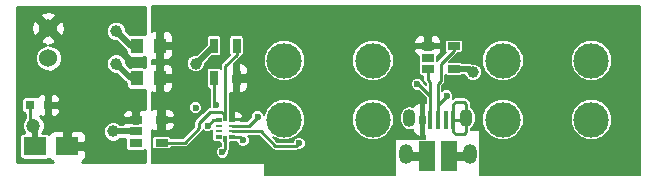
<source format=gbr>
G04 #@! TF.FileFunction,Copper,L1,Top,Signal*
%FSLAX46Y46*%
G04 Gerber Fmt 4.6, Leading zero omitted, Abs format (unit mm)*
G04 Created by KiCad (PCBNEW 4.0.6) date 04/12/18 14:55:28*
%MOMM*%
%LPD*%
G01*
G04 APERTURE LIST*
%ADD10C,0.100000*%
%ADD11R,0.400000X1.650000*%
%ADD12O,1.100000X1.500000*%
%ADD13O,1.200000X1.700000*%
%ADD14R,1.430000X2.500000*%
%ADD15R,1.000000X1.250000*%
%ADD16R,0.800000X0.750000*%
%ADD17R,1.950000X1.500000*%
%ADD18C,1.524000*%
%ADD19R,0.700000X1.300000*%
%ADD20R,0.580000X0.300000*%
%ADD21R,0.580000X0.250000*%
%ADD22R,0.350000X0.630000*%
%ADD23R,1.060000X0.650000*%
%ADD24C,3.000000*%
%ADD25C,1.000000*%
%ADD26C,0.600000*%
%ADD27C,1.200000*%
%ADD28C,0.500000*%
%ADD29C,0.750000*%
%ADD30C,0.250000*%
%ADD31C,0.200000*%
G04 APERTURE END LIST*
D10*
D11*
X148950000Y-110250000D03*
X149600000Y-110250000D03*
X150250000Y-110250000D03*
X150900000Y-110250000D03*
X151550000Y-110250000D03*
D12*
X147830000Y-110130000D03*
X152670000Y-110130000D03*
D13*
X147520000Y-113130000D03*
X152980000Y-113130000D03*
D14*
X149290000Y-113370000D03*
X151210000Y-113370000D03*
D15*
X124750000Y-104000000D03*
X126750000Y-104000000D03*
X126750000Y-106750000D03*
X124750000Y-106750000D03*
D16*
X117250000Y-109000000D03*
X115750000Y-109000000D03*
D17*
X118875000Y-112500000D03*
X116125000Y-112500000D03*
D18*
X117250000Y-105040000D03*
X117250000Y-102500000D03*
D19*
X133200000Y-106750000D03*
X131300000Y-106750000D03*
X133200000Y-104000000D03*
X131300000Y-104000000D03*
D20*
X132825000Y-110250000D03*
D21*
X132825000Y-110750000D03*
X132825000Y-111250000D03*
D20*
X132825000Y-111750000D03*
X131675000Y-110250000D03*
D21*
X131675000Y-110750000D03*
X131675000Y-111250000D03*
D20*
X131675000Y-111750000D03*
D22*
X132250000Y-111860000D03*
X132250000Y-110140000D03*
D23*
X149400000Y-104050000D03*
X149400000Y-105000000D03*
X149400000Y-105950000D03*
X151600000Y-105950000D03*
X151600000Y-104050000D03*
X124650000Y-110300000D03*
X124650000Y-111250000D03*
X124650000Y-112200000D03*
X126850000Y-112200000D03*
X126850000Y-110300000D03*
D24*
X155750000Y-110250000D03*
X155750000Y-105250000D03*
X163250000Y-105250000D03*
X163250000Y-110250000D03*
X137250000Y-110250000D03*
X137250000Y-105250000D03*
X144750000Y-105250000D03*
X144750000Y-110250000D03*
D25*
X153250000Y-106250000D03*
X122750000Y-111250000D03*
D26*
X133750000Y-112000000D03*
D25*
X129750000Y-105500000D03*
D27*
X116000000Y-110750000D03*
D25*
X123000000Y-105500000D03*
X123000000Y-102750000D03*
D26*
X148500000Y-107250000D03*
X135000000Y-110000000D03*
X151000000Y-108250000D03*
X138500000Y-112250000D03*
X131500000Y-109000000D03*
X132000000Y-113000000D03*
X130750000Y-110750000D03*
X129750000Y-109250000D03*
D28*
X151600000Y-105950000D02*
X152950000Y-105950000D01*
X152950000Y-105950000D02*
X153250000Y-106250000D01*
D29*
X149290000Y-113370000D02*
X147760000Y-113370000D01*
X147760000Y-113370000D02*
X147520000Y-113130000D01*
X151210000Y-113370000D02*
X152740000Y-113370000D01*
X152740000Y-113370000D02*
X152980000Y-113130000D01*
D28*
X124650000Y-111250000D02*
X122750000Y-111250000D01*
D30*
X132825000Y-111750000D02*
X133500000Y-111750000D01*
X133500000Y-111750000D02*
X133750000Y-112000000D01*
D28*
X131300000Y-104000000D02*
X129800000Y-105500000D01*
X129800000Y-105500000D02*
X129750000Y-105500000D01*
D30*
X116000000Y-110750000D02*
X115750000Y-110500000D01*
X115750000Y-110500000D02*
X115750000Y-109000000D01*
D28*
X116125000Y-112500000D02*
X116125000Y-110875000D01*
X116125000Y-110875000D02*
X116000000Y-110750000D01*
X124750000Y-106750000D02*
X124250000Y-106750000D01*
X124250000Y-106750000D02*
X123000000Y-105500000D01*
X124750000Y-104000000D02*
X124250000Y-104000000D01*
X124250000Y-104000000D02*
X123000000Y-102750000D01*
D30*
X151550000Y-110250000D02*
X151550000Y-111300000D01*
X151550000Y-111300000D02*
X151750000Y-111500000D01*
X151750000Y-111500000D02*
X152500000Y-111500000D01*
X152500000Y-111500000D02*
X152670000Y-111330000D01*
X152670000Y-111330000D02*
X152670000Y-110130000D01*
X151550000Y-110250000D02*
X151550000Y-108950000D01*
X151550000Y-108950000D02*
X151750000Y-108750000D01*
X151750000Y-108750000D02*
X152500000Y-108750000D01*
X152500000Y-108750000D02*
X152670000Y-108920000D01*
X152670000Y-108920000D02*
X152670000Y-110130000D01*
X151550000Y-110250000D02*
X152550000Y-110250000D01*
X152550000Y-110250000D02*
X152670000Y-110130000D01*
X149600000Y-108250000D02*
X148600000Y-107250000D01*
X148600000Y-107250000D02*
X148500000Y-107250000D01*
X133750000Y-110750000D02*
X134250000Y-110750000D01*
X132825000Y-110750000D02*
X133750000Y-110750000D01*
X149600000Y-109100000D02*
X149600000Y-109000000D01*
X134250000Y-110750000D02*
X135000000Y-110000000D01*
X149600000Y-110250000D02*
X149600000Y-109000000D01*
X149600000Y-109000000D02*
X149600000Y-108250000D01*
X149600000Y-108250000D02*
X149600000Y-107100000D01*
X149400000Y-106900000D02*
X149400000Y-105950000D01*
X149600000Y-107100000D02*
X149400000Y-106900000D01*
X151000000Y-108250000D02*
X150250000Y-109000000D01*
X136500000Y-112500000D02*
X138250000Y-112500000D01*
X138250000Y-112500000D02*
X138500000Y-112250000D01*
X135250000Y-111250000D02*
X136500000Y-112500000D01*
X132825000Y-111250000D02*
X135250000Y-111250000D01*
X150250000Y-110250000D02*
X150250000Y-109000000D01*
X150250000Y-109000000D02*
X150250000Y-107250000D01*
X151600000Y-104400000D02*
X151600000Y-104050000D01*
X150500000Y-105500000D02*
X151600000Y-104400000D01*
X150500000Y-107000000D02*
X150500000Y-105500000D01*
X150250000Y-107250000D02*
X150500000Y-107000000D01*
X131300000Y-108800000D02*
X131300000Y-106750000D01*
X132250000Y-111860000D02*
X132250000Y-112750000D01*
X131500000Y-109000000D02*
X131300000Y-108800000D01*
X132250000Y-112750000D02*
X132000000Y-113000000D01*
X131675000Y-110250000D02*
X131250000Y-110250000D01*
X131250000Y-110250000D02*
X130750000Y-110750000D01*
X126850000Y-112200000D02*
X128800000Y-112200000D01*
X128800000Y-112200000D02*
X130000000Y-111000000D01*
X130000000Y-111000000D02*
X130000000Y-110500000D01*
X130000000Y-110500000D02*
X130924999Y-109575001D01*
X132250000Y-109250000D02*
X132250000Y-105750000D01*
X132250000Y-105750000D02*
X133200000Y-104800000D01*
X133200000Y-104800000D02*
X133200000Y-104000000D01*
X132250000Y-110140000D02*
X132250000Y-110000000D01*
X132250000Y-110000000D02*
X132250000Y-109250000D01*
X131924999Y-109575001D02*
X132250000Y-109900002D01*
X132250000Y-109900002D02*
X132250000Y-110000000D01*
X126850000Y-112200000D02*
X127055000Y-112200000D01*
X130924999Y-109575001D02*
X131924999Y-109575001D01*
D31*
G36*
X167400000Y-114900000D02*
X153850000Y-114900000D01*
X153850000Y-111250000D01*
X153843161Y-111213654D01*
X153821681Y-111180273D01*
X153788906Y-111157879D01*
X153750000Y-111150000D01*
X153045000Y-111150000D01*
X153045000Y-111042689D01*
X153235685Y-110915276D01*
X153409104Y-110655738D01*
X153420873Y-110596569D01*
X153999696Y-110596569D01*
X154265557Y-111240001D01*
X154757410Y-111732713D01*
X155400376Y-111999696D01*
X156096569Y-112000304D01*
X156740001Y-111734443D01*
X157232713Y-111242590D01*
X157499696Y-110599624D01*
X157499698Y-110596569D01*
X161499696Y-110596569D01*
X161765557Y-111240001D01*
X162257410Y-111732713D01*
X162900376Y-111999696D01*
X163596569Y-112000304D01*
X164240001Y-111734443D01*
X164732713Y-111242590D01*
X164999696Y-110599624D01*
X165000304Y-109903431D01*
X164734443Y-109259999D01*
X164242590Y-108767287D01*
X163599624Y-108500304D01*
X162903431Y-108499696D01*
X162259999Y-108765557D01*
X161767287Y-109257410D01*
X161500304Y-109900376D01*
X161499696Y-110596569D01*
X157499698Y-110596569D01*
X157500304Y-109903431D01*
X157234443Y-109259999D01*
X156742590Y-108767287D01*
X156099624Y-108500304D01*
X155403431Y-108499696D01*
X154759999Y-108765557D01*
X154267287Y-109257410D01*
X154000304Y-109900376D01*
X153999696Y-110596569D01*
X153420873Y-110596569D01*
X153470000Y-110349591D01*
X153470000Y-109910409D01*
X153409104Y-109604262D01*
X153235685Y-109344724D01*
X153045000Y-109217311D01*
X153045000Y-108920000D01*
X153024512Y-108817000D01*
X153016455Y-108776493D01*
X152935165Y-108654835D01*
X152765165Y-108484835D01*
X152643507Y-108403545D01*
X152500000Y-108375000D01*
X151750000Y-108375000D01*
X151606494Y-108403545D01*
X151503081Y-108472643D01*
X151549904Y-108359882D01*
X151550095Y-108141078D01*
X151466539Y-107938857D01*
X151311957Y-107784005D01*
X151109882Y-107700096D01*
X150891078Y-107699905D01*
X150688857Y-107783461D01*
X150625000Y-107847207D01*
X150625000Y-107405330D01*
X150765165Y-107265165D01*
X150846454Y-107143507D01*
X150846455Y-107143506D01*
X150875000Y-107000000D01*
X150875000Y-106433636D01*
X150887288Y-106452732D01*
X150970831Y-106509815D01*
X151070000Y-106529897D01*
X152130000Y-106529897D01*
X152222644Y-106512465D01*
X152307732Y-106457712D01*
X152313001Y-106450000D01*
X152521137Y-106450000D01*
X152613811Y-106674286D01*
X152824605Y-106885448D01*
X153100161Y-106999869D01*
X153398530Y-107000130D01*
X153674286Y-106886189D01*
X153885448Y-106675395D01*
X153999869Y-106399839D01*
X154000130Y-106101470D01*
X153886189Y-105825714D01*
X153675395Y-105614552D01*
X153632088Y-105596569D01*
X153999696Y-105596569D01*
X154265557Y-106240001D01*
X154757410Y-106732713D01*
X155400376Y-106999696D01*
X156096569Y-107000304D01*
X156740001Y-106734443D01*
X157232713Y-106242590D01*
X157499696Y-105599624D01*
X157499698Y-105596569D01*
X161499696Y-105596569D01*
X161765557Y-106240001D01*
X162257410Y-106732713D01*
X162900376Y-106999696D01*
X163596569Y-107000304D01*
X164240001Y-106734443D01*
X164732713Y-106242590D01*
X164999696Y-105599624D01*
X165000304Y-104903431D01*
X164734443Y-104259999D01*
X164242590Y-103767287D01*
X163599624Y-103500304D01*
X162903431Y-103499696D01*
X162259999Y-103765557D01*
X161767287Y-104257410D01*
X161500304Y-104900376D01*
X161499696Y-105596569D01*
X157499698Y-105596569D01*
X157500304Y-104903431D01*
X157234443Y-104259999D01*
X156742590Y-103767287D01*
X156099624Y-103500304D01*
X155403431Y-103499696D01*
X154759999Y-103765557D01*
X154267287Y-104257410D01*
X154000304Y-104900376D01*
X153999696Y-105596569D01*
X153632088Y-105596569D01*
X153399839Y-105500131D01*
X153159092Y-105499920D01*
X153141342Y-105488060D01*
X152950000Y-105450000D01*
X152314470Y-105450000D01*
X152312712Y-105447268D01*
X152229169Y-105390185D01*
X152130000Y-105370103D01*
X151160227Y-105370103D01*
X151865165Y-104665165D01*
X151888731Y-104629897D01*
X152130000Y-104629897D01*
X152222644Y-104612465D01*
X152307732Y-104557712D01*
X152364815Y-104474169D01*
X152384897Y-104375000D01*
X152384897Y-103725000D01*
X152367465Y-103632356D01*
X152312712Y-103547268D01*
X152229169Y-103490185D01*
X152130000Y-103470103D01*
X151070000Y-103470103D01*
X150977356Y-103487535D01*
X150892268Y-103542288D01*
X150835185Y-103625831D01*
X150815103Y-103725000D01*
X150815103Y-104375000D01*
X150832535Y-104467644D01*
X150887288Y-104552732D01*
X150904902Y-104564768D01*
X150234835Y-105234835D01*
X150184897Y-105309572D01*
X150184897Y-104927513D01*
X150274405Y-104890437D01*
X150445438Y-104719404D01*
X150538000Y-104495938D01*
X150538000Y-104364500D01*
X150386000Y-104212500D01*
X149665000Y-104212500D01*
X149665000Y-104345000D01*
X149135000Y-104345000D01*
X149135000Y-104212500D01*
X148414000Y-104212500D01*
X148262000Y-104364500D01*
X148262000Y-104495938D01*
X148354562Y-104719404D01*
X148525595Y-104890437D01*
X148615103Y-104927513D01*
X148615103Y-105325000D01*
X148632535Y-105417644D01*
X148669673Y-105475357D01*
X148635185Y-105525831D01*
X148615103Y-105625000D01*
X148615103Y-106275000D01*
X148632535Y-106367644D01*
X148687288Y-106452732D01*
X148770831Y-106509815D01*
X148870000Y-106529897D01*
X149025000Y-106529897D01*
X149025000Y-106900000D01*
X149053545Y-107043507D01*
X149134835Y-107165165D01*
X149225000Y-107255330D01*
X149225000Y-107344670D01*
X149050070Y-107169740D01*
X149050095Y-107141078D01*
X148966539Y-106938857D01*
X148811957Y-106784005D01*
X148609882Y-106700096D01*
X148391078Y-106699905D01*
X148188857Y-106783461D01*
X148034005Y-106938043D01*
X147950096Y-107140118D01*
X147949905Y-107358922D01*
X148033461Y-107561143D01*
X148188043Y-107715995D01*
X148390118Y-107799904D01*
X148608922Y-107800095D01*
X148616595Y-107796925D01*
X149225000Y-108405330D01*
X149225000Y-108817000D01*
X149202000Y-108817000D01*
X149050000Y-108969000D01*
X149050000Y-109975000D01*
X149145103Y-109975000D01*
X149145103Y-110525000D01*
X149050000Y-110525000D01*
X149050000Y-111531000D01*
X149150000Y-111631000D01*
X149150000Y-111865103D01*
X148575000Y-111865103D01*
X148482356Y-111882535D01*
X148455215Y-111900000D01*
X146750000Y-111900000D01*
X146713654Y-111906839D01*
X146680273Y-111928319D01*
X146657879Y-111961094D01*
X146650000Y-112000000D01*
X146650000Y-114900000D01*
X135600000Y-114900000D01*
X135600000Y-114000000D01*
X135592121Y-113961094D01*
X135569727Y-113928319D01*
X135536346Y-113906839D01*
X135500000Y-113900000D01*
X126050000Y-113900000D01*
X126050000Y-111875000D01*
X126065103Y-111875000D01*
X126065103Y-112525000D01*
X126082535Y-112617644D01*
X126137288Y-112702732D01*
X126220831Y-112759815D01*
X126320000Y-112779897D01*
X127380000Y-112779897D01*
X127472644Y-112762465D01*
X127557732Y-112707712D01*
X127614815Y-112624169D01*
X127624772Y-112575000D01*
X128800000Y-112575000D01*
X128943507Y-112546455D01*
X129065165Y-112465165D01*
X130265165Y-111265165D01*
X130346455Y-111143507D01*
X130349649Y-111127447D01*
X130438043Y-111215995D01*
X130640118Y-111299904D01*
X130858922Y-111300095D01*
X131061143Y-111216539D01*
X131130103Y-111147699D01*
X131130103Y-111375000D01*
X131147535Y-111467644D01*
X131159818Y-111486732D01*
X131150185Y-111500831D01*
X131130103Y-111600000D01*
X131130103Y-111900000D01*
X131147535Y-111992644D01*
X131202288Y-112077732D01*
X131285831Y-112134815D01*
X131385000Y-112154897D01*
X131820103Y-112154897D01*
X131820103Y-112175000D01*
X131837535Y-112267644D01*
X131875000Y-112325866D01*
X131875000Y-112456548D01*
X131688857Y-112533461D01*
X131534005Y-112688043D01*
X131450096Y-112890118D01*
X131449905Y-113108922D01*
X131533461Y-113311143D01*
X131688043Y-113465995D01*
X131890118Y-113549904D01*
X132108922Y-113550095D01*
X132311143Y-113466539D01*
X132465995Y-113311957D01*
X132549904Y-113109882D01*
X132550032Y-112962982D01*
X132596454Y-112893507D01*
X132596455Y-112893506D01*
X132625000Y-112750000D01*
X132625000Y-112325122D01*
X132659815Y-112274169D01*
X132679897Y-112175000D01*
X132679897Y-112154897D01*
X133115000Y-112154897D01*
X133207644Y-112137465D01*
X133210847Y-112135404D01*
X133283461Y-112311143D01*
X133438043Y-112465995D01*
X133640118Y-112549904D01*
X133858922Y-112550095D01*
X134061143Y-112466539D01*
X134215995Y-112311957D01*
X134299904Y-112109882D01*
X134300095Y-111891078D01*
X134216539Y-111688857D01*
X134152793Y-111625000D01*
X135094670Y-111625000D01*
X136234835Y-112765165D01*
X136356493Y-112846455D01*
X136500000Y-112875000D01*
X138250000Y-112875000D01*
X138393507Y-112846455D01*
X138463080Y-112799968D01*
X138608922Y-112800095D01*
X138811143Y-112716539D01*
X138965995Y-112561957D01*
X139049904Y-112359882D01*
X139050095Y-112141078D01*
X138966539Y-111938857D01*
X138811957Y-111784005D01*
X138609882Y-111700096D01*
X138391078Y-111699905D01*
X138188857Y-111783461D01*
X138034005Y-111938043D01*
X137956374Y-112125000D01*
X136655330Y-112125000D01*
X136267043Y-111736713D01*
X136900376Y-111999696D01*
X137596569Y-112000304D01*
X138240001Y-111734443D01*
X138732713Y-111242590D01*
X138999696Y-110599624D01*
X138999698Y-110596569D01*
X142999696Y-110596569D01*
X143265557Y-111240001D01*
X143757410Y-111732713D01*
X144400376Y-111999696D01*
X145096569Y-112000304D01*
X145740001Y-111734443D01*
X146232713Y-111242590D01*
X146499696Y-110599624D01*
X146500297Y-109910409D01*
X147030000Y-109910409D01*
X147030000Y-110349591D01*
X147090896Y-110655738D01*
X147264315Y-110915276D01*
X147523853Y-111088695D01*
X147830000Y-111149591D01*
X148136147Y-111088695D01*
X148142000Y-111084784D01*
X148142000Y-111195939D01*
X148234563Y-111419405D01*
X148405596Y-111590438D01*
X148629062Y-111683000D01*
X148698000Y-111683000D01*
X148850000Y-111531000D01*
X148850000Y-110525000D01*
X148750000Y-110525000D01*
X148750000Y-109975000D01*
X148850000Y-109975000D01*
X148850000Y-108969000D01*
X148698000Y-108817000D01*
X148629062Y-108817000D01*
X148405596Y-108909562D01*
X148234563Y-109080595D01*
X148183800Y-109203146D01*
X148136147Y-109171305D01*
X147830000Y-109110409D01*
X147523853Y-109171305D01*
X147264315Y-109344724D01*
X147090896Y-109604262D01*
X147030000Y-109910409D01*
X146500297Y-109910409D01*
X146500304Y-109903431D01*
X146234443Y-109259999D01*
X145742590Y-108767287D01*
X145099624Y-108500304D01*
X144403431Y-108499696D01*
X143759999Y-108765557D01*
X143267287Y-109257410D01*
X143000304Y-109900376D01*
X142999696Y-110596569D01*
X138999698Y-110596569D01*
X139000304Y-109903431D01*
X138734443Y-109259999D01*
X138242590Y-108767287D01*
X137599624Y-108500304D01*
X136903431Y-108499696D01*
X136259999Y-108765557D01*
X135767287Y-109257410D01*
X135527187Y-109835635D01*
X135466539Y-109688857D01*
X135311957Y-109534005D01*
X135109882Y-109450096D01*
X134891078Y-109449905D01*
X134688857Y-109533461D01*
X134534005Y-109688043D01*
X134450096Y-109890118D01*
X134449983Y-110019687D01*
X134094670Y-110375000D01*
X133621000Y-110375000D01*
X133571000Y-110325000D01*
X132970000Y-110325000D01*
X132970000Y-110370103D01*
X132680000Y-110370103D01*
X132680000Y-110325000D01*
X132679897Y-110325000D01*
X132679897Y-110175000D01*
X132680000Y-110175000D01*
X132680000Y-109644000D01*
X132970000Y-109644000D01*
X132970000Y-110175000D01*
X133571000Y-110175000D01*
X133723000Y-110023000D01*
X133723000Y-109979061D01*
X133630437Y-109755595D01*
X133459404Y-109584562D01*
X133235938Y-109492000D01*
X133122000Y-109492000D01*
X132970000Y-109644000D01*
X132680000Y-109644000D01*
X132625000Y-109589000D01*
X132625000Y-107964896D01*
X132729061Y-108008000D01*
X132873000Y-108008000D01*
X133025000Y-107856000D01*
X133025000Y-107025000D01*
X133375000Y-107025000D01*
X133375000Y-107856000D01*
X133527000Y-108008000D01*
X133670939Y-108008000D01*
X133894405Y-107915437D01*
X134065438Y-107744404D01*
X134158000Y-107520938D01*
X134158000Y-107177000D01*
X134006000Y-107025000D01*
X133375000Y-107025000D01*
X133025000Y-107025000D01*
X132905000Y-107025000D01*
X132905000Y-106475000D01*
X133025000Y-106475000D01*
X133025000Y-105644000D01*
X133375000Y-105644000D01*
X133375000Y-106475000D01*
X134006000Y-106475000D01*
X134158000Y-106323000D01*
X134158000Y-105979062D01*
X134065438Y-105755596D01*
X133906411Y-105596569D01*
X135499696Y-105596569D01*
X135765557Y-106240001D01*
X136257410Y-106732713D01*
X136900376Y-106999696D01*
X137596569Y-107000304D01*
X138240001Y-106734443D01*
X138732713Y-106242590D01*
X138999696Y-105599624D01*
X138999698Y-105596569D01*
X142999696Y-105596569D01*
X143265557Y-106240001D01*
X143757410Y-106732713D01*
X144400376Y-106999696D01*
X145096569Y-107000304D01*
X145740001Y-106734443D01*
X146232713Y-106242590D01*
X146499696Y-105599624D01*
X146500304Y-104903431D01*
X146234443Y-104259999D01*
X145742590Y-103767287D01*
X145349501Y-103604062D01*
X148262000Y-103604062D01*
X148262000Y-103735500D01*
X148414000Y-103887500D01*
X149135000Y-103887500D01*
X149135000Y-103269000D01*
X149665000Y-103269000D01*
X149665000Y-103887500D01*
X150386000Y-103887500D01*
X150538000Y-103735500D01*
X150538000Y-103604062D01*
X150445438Y-103380596D01*
X150274405Y-103209563D01*
X150050939Y-103117000D01*
X149817000Y-103117000D01*
X149665000Y-103269000D01*
X149135000Y-103269000D01*
X148983000Y-103117000D01*
X148749061Y-103117000D01*
X148525595Y-103209563D01*
X148354562Y-103380596D01*
X148262000Y-103604062D01*
X145349501Y-103604062D01*
X145099624Y-103500304D01*
X144403431Y-103499696D01*
X143759999Y-103765557D01*
X143267287Y-104257410D01*
X143000304Y-104900376D01*
X142999696Y-105596569D01*
X138999698Y-105596569D01*
X139000304Y-104903431D01*
X138734443Y-104259999D01*
X138242590Y-103767287D01*
X137599624Y-103500304D01*
X136903431Y-103499696D01*
X136259999Y-103765557D01*
X135767287Y-104257410D01*
X135500304Y-104900376D01*
X135499696Y-105596569D01*
X133906411Y-105596569D01*
X133894405Y-105584563D01*
X133670939Y-105492000D01*
X133527000Y-105492000D01*
X133375000Y-105644000D01*
X133025000Y-105644000D01*
X132955665Y-105574665D01*
X133465165Y-105065165D01*
X133546455Y-104943507D01*
X133554296Y-104904089D01*
X133642644Y-104887465D01*
X133727732Y-104832712D01*
X133784815Y-104749169D01*
X133804897Y-104650000D01*
X133804897Y-103350000D01*
X133787465Y-103257356D01*
X133732712Y-103172268D01*
X133649169Y-103115185D01*
X133550000Y-103095103D01*
X132850000Y-103095103D01*
X132757356Y-103112535D01*
X132672268Y-103167288D01*
X132615185Y-103250831D01*
X132595103Y-103350000D01*
X132595103Y-104650000D01*
X132612535Y-104742644D01*
X132657363Y-104812307D01*
X131984835Y-105484835D01*
X131903545Y-105606493D01*
X131894923Y-105649839D01*
X131875000Y-105750000D01*
X131875000Y-105987985D01*
X131832712Y-105922268D01*
X131749169Y-105865185D01*
X131650000Y-105845103D01*
X130950000Y-105845103D01*
X130857356Y-105862535D01*
X130772268Y-105917288D01*
X130715185Y-106000831D01*
X130695103Y-106100000D01*
X130695103Y-107400000D01*
X130712535Y-107492644D01*
X130767288Y-107577732D01*
X130850831Y-107634815D01*
X130925000Y-107649834D01*
X130925000Y-108800000D01*
X130950065Y-108926010D01*
X130949905Y-109108922D01*
X130987538Y-109200001D01*
X130924999Y-109200001D01*
X130781492Y-109228546D01*
X130659834Y-109309836D01*
X129734835Y-110234835D01*
X129653545Y-110356493D01*
X129646843Y-110390185D01*
X129625000Y-110500000D01*
X129625000Y-110844670D01*
X128644670Y-111825000D01*
X127625489Y-111825000D01*
X127617465Y-111782356D01*
X127562712Y-111697268D01*
X127479169Y-111640185D01*
X127380000Y-111620103D01*
X126320000Y-111620103D01*
X126227356Y-111637535D01*
X126142268Y-111692288D01*
X126085185Y-111775831D01*
X126065103Y-111875000D01*
X126050000Y-111875000D01*
X126050000Y-111171257D01*
X126199061Y-111233000D01*
X126433000Y-111233000D01*
X126585000Y-111081000D01*
X126585000Y-110462500D01*
X127115000Y-110462500D01*
X127115000Y-111081000D01*
X127267000Y-111233000D01*
X127500939Y-111233000D01*
X127724405Y-111140437D01*
X127895438Y-110969404D01*
X127988000Y-110745938D01*
X127988000Y-110614500D01*
X127836000Y-110462500D01*
X127115000Y-110462500D01*
X126585000Y-110462500D01*
X126555000Y-110462500D01*
X126555000Y-110137500D01*
X126585000Y-110137500D01*
X126585000Y-109519000D01*
X127115000Y-109519000D01*
X127115000Y-110137500D01*
X127836000Y-110137500D01*
X127988000Y-109985500D01*
X127988000Y-109854062D01*
X127895438Y-109630596D01*
X127724405Y-109459563D01*
X127500939Y-109367000D01*
X127267000Y-109367000D01*
X127115000Y-109519000D01*
X126585000Y-109519000D01*
X126433000Y-109367000D01*
X126199061Y-109367000D01*
X126050000Y-109428743D01*
X126050000Y-109358922D01*
X129199905Y-109358922D01*
X129283461Y-109561143D01*
X129438043Y-109715995D01*
X129640118Y-109799904D01*
X129858922Y-109800095D01*
X130061143Y-109716539D01*
X130215995Y-109561957D01*
X130299904Y-109359882D01*
X130300095Y-109141078D01*
X130216539Y-108938857D01*
X130061957Y-108784005D01*
X129859882Y-108700096D01*
X129641078Y-108699905D01*
X129438857Y-108783461D01*
X129284005Y-108938043D01*
X129200096Y-109140118D01*
X129199905Y-109358922D01*
X126050000Y-109358922D01*
X126050000Y-107950252D01*
X126129061Y-107983000D01*
X126348000Y-107983000D01*
X126500000Y-107831000D01*
X126500000Y-107025000D01*
X127000000Y-107025000D01*
X127000000Y-107831000D01*
X127152000Y-107983000D01*
X127370939Y-107983000D01*
X127594405Y-107890437D01*
X127765438Y-107719404D01*
X127858000Y-107495938D01*
X127858000Y-107177000D01*
X127706000Y-107025000D01*
X127000000Y-107025000D01*
X126500000Y-107025000D01*
X126455000Y-107025000D01*
X126455000Y-106475000D01*
X126500000Y-106475000D01*
X126500000Y-105669000D01*
X127000000Y-105669000D01*
X127000000Y-106475000D01*
X127706000Y-106475000D01*
X127858000Y-106323000D01*
X127858000Y-106004062D01*
X127765438Y-105780596D01*
X127633372Y-105648530D01*
X128999870Y-105648530D01*
X129113811Y-105924286D01*
X129324605Y-106135448D01*
X129600161Y-106249869D01*
X129898530Y-106250130D01*
X130174286Y-106136189D01*
X130385448Y-105925395D01*
X130499869Y-105649839D01*
X130499994Y-105507112D01*
X131102210Y-104904897D01*
X131650000Y-104904897D01*
X131742644Y-104887465D01*
X131827732Y-104832712D01*
X131884815Y-104749169D01*
X131904897Y-104650000D01*
X131904897Y-103350000D01*
X131887465Y-103257356D01*
X131832712Y-103172268D01*
X131749169Y-103115185D01*
X131650000Y-103095103D01*
X130950000Y-103095103D01*
X130857356Y-103112535D01*
X130772268Y-103167288D01*
X130715185Y-103250831D01*
X130695103Y-103350000D01*
X130695103Y-103897790D01*
X129842813Y-104750081D01*
X129601470Y-104749870D01*
X129325714Y-104863811D01*
X129114552Y-105074605D01*
X129000131Y-105350161D01*
X128999870Y-105648530D01*
X127633372Y-105648530D01*
X127594405Y-105609563D01*
X127370939Y-105517000D01*
X127152000Y-105517000D01*
X127000000Y-105669000D01*
X126500000Y-105669000D01*
X126348000Y-105517000D01*
X126129061Y-105517000D01*
X126050000Y-105549748D01*
X126050000Y-105200252D01*
X126129061Y-105233000D01*
X126348000Y-105233000D01*
X126500000Y-105081000D01*
X126500000Y-104275000D01*
X127000000Y-104275000D01*
X127000000Y-105081000D01*
X127152000Y-105233000D01*
X127370939Y-105233000D01*
X127594405Y-105140437D01*
X127765438Y-104969404D01*
X127858000Y-104745938D01*
X127858000Y-104427000D01*
X127706000Y-104275000D01*
X127000000Y-104275000D01*
X126500000Y-104275000D01*
X126455000Y-104275000D01*
X126455000Y-103725000D01*
X126500000Y-103725000D01*
X126500000Y-102919000D01*
X127000000Y-102919000D01*
X127000000Y-103725000D01*
X127706000Y-103725000D01*
X127858000Y-103573000D01*
X127858000Y-103254062D01*
X127765438Y-103030596D01*
X127594405Y-102859563D01*
X127370939Y-102767000D01*
X127152000Y-102767000D01*
X127000000Y-102919000D01*
X126500000Y-102919000D01*
X126348000Y-102767000D01*
X126129061Y-102767000D01*
X126050000Y-102799748D01*
X126050000Y-100600000D01*
X167400000Y-100600000D01*
X167400000Y-114900000D01*
X167400000Y-114900000D01*
G37*
X167400000Y-114900000D02*
X153850000Y-114900000D01*
X153850000Y-111250000D01*
X153843161Y-111213654D01*
X153821681Y-111180273D01*
X153788906Y-111157879D01*
X153750000Y-111150000D01*
X153045000Y-111150000D01*
X153045000Y-111042689D01*
X153235685Y-110915276D01*
X153409104Y-110655738D01*
X153420873Y-110596569D01*
X153999696Y-110596569D01*
X154265557Y-111240001D01*
X154757410Y-111732713D01*
X155400376Y-111999696D01*
X156096569Y-112000304D01*
X156740001Y-111734443D01*
X157232713Y-111242590D01*
X157499696Y-110599624D01*
X157499698Y-110596569D01*
X161499696Y-110596569D01*
X161765557Y-111240001D01*
X162257410Y-111732713D01*
X162900376Y-111999696D01*
X163596569Y-112000304D01*
X164240001Y-111734443D01*
X164732713Y-111242590D01*
X164999696Y-110599624D01*
X165000304Y-109903431D01*
X164734443Y-109259999D01*
X164242590Y-108767287D01*
X163599624Y-108500304D01*
X162903431Y-108499696D01*
X162259999Y-108765557D01*
X161767287Y-109257410D01*
X161500304Y-109900376D01*
X161499696Y-110596569D01*
X157499698Y-110596569D01*
X157500304Y-109903431D01*
X157234443Y-109259999D01*
X156742590Y-108767287D01*
X156099624Y-108500304D01*
X155403431Y-108499696D01*
X154759999Y-108765557D01*
X154267287Y-109257410D01*
X154000304Y-109900376D01*
X153999696Y-110596569D01*
X153420873Y-110596569D01*
X153470000Y-110349591D01*
X153470000Y-109910409D01*
X153409104Y-109604262D01*
X153235685Y-109344724D01*
X153045000Y-109217311D01*
X153045000Y-108920000D01*
X153024512Y-108817000D01*
X153016455Y-108776493D01*
X152935165Y-108654835D01*
X152765165Y-108484835D01*
X152643507Y-108403545D01*
X152500000Y-108375000D01*
X151750000Y-108375000D01*
X151606494Y-108403545D01*
X151503081Y-108472643D01*
X151549904Y-108359882D01*
X151550095Y-108141078D01*
X151466539Y-107938857D01*
X151311957Y-107784005D01*
X151109882Y-107700096D01*
X150891078Y-107699905D01*
X150688857Y-107783461D01*
X150625000Y-107847207D01*
X150625000Y-107405330D01*
X150765165Y-107265165D01*
X150846454Y-107143507D01*
X150846455Y-107143506D01*
X150875000Y-107000000D01*
X150875000Y-106433636D01*
X150887288Y-106452732D01*
X150970831Y-106509815D01*
X151070000Y-106529897D01*
X152130000Y-106529897D01*
X152222644Y-106512465D01*
X152307732Y-106457712D01*
X152313001Y-106450000D01*
X152521137Y-106450000D01*
X152613811Y-106674286D01*
X152824605Y-106885448D01*
X153100161Y-106999869D01*
X153398530Y-107000130D01*
X153674286Y-106886189D01*
X153885448Y-106675395D01*
X153999869Y-106399839D01*
X154000130Y-106101470D01*
X153886189Y-105825714D01*
X153675395Y-105614552D01*
X153632088Y-105596569D01*
X153999696Y-105596569D01*
X154265557Y-106240001D01*
X154757410Y-106732713D01*
X155400376Y-106999696D01*
X156096569Y-107000304D01*
X156740001Y-106734443D01*
X157232713Y-106242590D01*
X157499696Y-105599624D01*
X157499698Y-105596569D01*
X161499696Y-105596569D01*
X161765557Y-106240001D01*
X162257410Y-106732713D01*
X162900376Y-106999696D01*
X163596569Y-107000304D01*
X164240001Y-106734443D01*
X164732713Y-106242590D01*
X164999696Y-105599624D01*
X165000304Y-104903431D01*
X164734443Y-104259999D01*
X164242590Y-103767287D01*
X163599624Y-103500304D01*
X162903431Y-103499696D01*
X162259999Y-103765557D01*
X161767287Y-104257410D01*
X161500304Y-104900376D01*
X161499696Y-105596569D01*
X157499698Y-105596569D01*
X157500304Y-104903431D01*
X157234443Y-104259999D01*
X156742590Y-103767287D01*
X156099624Y-103500304D01*
X155403431Y-103499696D01*
X154759999Y-103765557D01*
X154267287Y-104257410D01*
X154000304Y-104900376D01*
X153999696Y-105596569D01*
X153632088Y-105596569D01*
X153399839Y-105500131D01*
X153159092Y-105499920D01*
X153141342Y-105488060D01*
X152950000Y-105450000D01*
X152314470Y-105450000D01*
X152312712Y-105447268D01*
X152229169Y-105390185D01*
X152130000Y-105370103D01*
X151160227Y-105370103D01*
X151865165Y-104665165D01*
X151888731Y-104629897D01*
X152130000Y-104629897D01*
X152222644Y-104612465D01*
X152307732Y-104557712D01*
X152364815Y-104474169D01*
X152384897Y-104375000D01*
X152384897Y-103725000D01*
X152367465Y-103632356D01*
X152312712Y-103547268D01*
X152229169Y-103490185D01*
X152130000Y-103470103D01*
X151070000Y-103470103D01*
X150977356Y-103487535D01*
X150892268Y-103542288D01*
X150835185Y-103625831D01*
X150815103Y-103725000D01*
X150815103Y-104375000D01*
X150832535Y-104467644D01*
X150887288Y-104552732D01*
X150904902Y-104564768D01*
X150234835Y-105234835D01*
X150184897Y-105309572D01*
X150184897Y-104927513D01*
X150274405Y-104890437D01*
X150445438Y-104719404D01*
X150538000Y-104495938D01*
X150538000Y-104364500D01*
X150386000Y-104212500D01*
X149665000Y-104212500D01*
X149665000Y-104345000D01*
X149135000Y-104345000D01*
X149135000Y-104212500D01*
X148414000Y-104212500D01*
X148262000Y-104364500D01*
X148262000Y-104495938D01*
X148354562Y-104719404D01*
X148525595Y-104890437D01*
X148615103Y-104927513D01*
X148615103Y-105325000D01*
X148632535Y-105417644D01*
X148669673Y-105475357D01*
X148635185Y-105525831D01*
X148615103Y-105625000D01*
X148615103Y-106275000D01*
X148632535Y-106367644D01*
X148687288Y-106452732D01*
X148770831Y-106509815D01*
X148870000Y-106529897D01*
X149025000Y-106529897D01*
X149025000Y-106900000D01*
X149053545Y-107043507D01*
X149134835Y-107165165D01*
X149225000Y-107255330D01*
X149225000Y-107344670D01*
X149050070Y-107169740D01*
X149050095Y-107141078D01*
X148966539Y-106938857D01*
X148811957Y-106784005D01*
X148609882Y-106700096D01*
X148391078Y-106699905D01*
X148188857Y-106783461D01*
X148034005Y-106938043D01*
X147950096Y-107140118D01*
X147949905Y-107358922D01*
X148033461Y-107561143D01*
X148188043Y-107715995D01*
X148390118Y-107799904D01*
X148608922Y-107800095D01*
X148616595Y-107796925D01*
X149225000Y-108405330D01*
X149225000Y-108817000D01*
X149202000Y-108817000D01*
X149050000Y-108969000D01*
X149050000Y-109975000D01*
X149145103Y-109975000D01*
X149145103Y-110525000D01*
X149050000Y-110525000D01*
X149050000Y-111531000D01*
X149150000Y-111631000D01*
X149150000Y-111865103D01*
X148575000Y-111865103D01*
X148482356Y-111882535D01*
X148455215Y-111900000D01*
X146750000Y-111900000D01*
X146713654Y-111906839D01*
X146680273Y-111928319D01*
X146657879Y-111961094D01*
X146650000Y-112000000D01*
X146650000Y-114900000D01*
X135600000Y-114900000D01*
X135600000Y-114000000D01*
X135592121Y-113961094D01*
X135569727Y-113928319D01*
X135536346Y-113906839D01*
X135500000Y-113900000D01*
X126050000Y-113900000D01*
X126050000Y-111875000D01*
X126065103Y-111875000D01*
X126065103Y-112525000D01*
X126082535Y-112617644D01*
X126137288Y-112702732D01*
X126220831Y-112759815D01*
X126320000Y-112779897D01*
X127380000Y-112779897D01*
X127472644Y-112762465D01*
X127557732Y-112707712D01*
X127614815Y-112624169D01*
X127624772Y-112575000D01*
X128800000Y-112575000D01*
X128943507Y-112546455D01*
X129065165Y-112465165D01*
X130265165Y-111265165D01*
X130346455Y-111143507D01*
X130349649Y-111127447D01*
X130438043Y-111215995D01*
X130640118Y-111299904D01*
X130858922Y-111300095D01*
X131061143Y-111216539D01*
X131130103Y-111147699D01*
X131130103Y-111375000D01*
X131147535Y-111467644D01*
X131159818Y-111486732D01*
X131150185Y-111500831D01*
X131130103Y-111600000D01*
X131130103Y-111900000D01*
X131147535Y-111992644D01*
X131202288Y-112077732D01*
X131285831Y-112134815D01*
X131385000Y-112154897D01*
X131820103Y-112154897D01*
X131820103Y-112175000D01*
X131837535Y-112267644D01*
X131875000Y-112325866D01*
X131875000Y-112456548D01*
X131688857Y-112533461D01*
X131534005Y-112688043D01*
X131450096Y-112890118D01*
X131449905Y-113108922D01*
X131533461Y-113311143D01*
X131688043Y-113465995D01*
X131890118Y-113549904D01*
X132108922Y-113550095D01*
X132311143Y-113466539D01*
X132465995Y-113311957D01*
X132549904Y-113109882D01*
X132550032Y-112962982D01*
X132596454Y-112893507D01*
X132596455Y-112893506D01*
X132625000Y-112750000D01*
X132625000Y-112325122D01*
X132659815Y-112274169D01*
X132679897Y-112175000D01*
X132679897Y-112154897D01*
X133115000Y-112154897D01*
X133207644Y-112137465D01*
X133210847Y-112135404D01*
X133283461Y-112311143D01*
X133438043Y-112465995D01*
X133640118Y-112549904D01*
X133858922Y-112550095D01*
X134061143Y-112466539D01*
X134215995Y-112311957D01*
X134299904Y-112109882D01*
X134300095Y-111891078D01*
X134216539Y-111688857D01*
X134152793Y-111625000D01*
X135094670Y-111625000D01*
X136234835Y-112765165D01*
X136356493Y-112846455D01*
X136500000Y-112875000D01*
X138250000Y-112875000D01*
X138393507Y-112846455D01*
X138463080Y-112799968D01*
X138608922Y-112800095D01*
X138811143Y-112716539D01*
X138965995Y-112561957D01*
X139049904Y-112359882D01*
X139050095Y-112141078D01*
X138966539Y-111938857D01*
X138811957Y-111784005D01*
X138609882Y-111700096D01*
X138391078Y-111699905D01*
X138188857Y-111783461D01*
X138034005Y-111938043D01*
X137956374Y-112125000D01*
X136655330Y-112125000D01*
X136267043Y-111736713D01*
X136900376Y-111999696D01*
X137596569Y-112000304D01*
X138240001Y-111734443D01*
X138732713Y-111242590D01*
X138999696Y-110599624D01*
X138999698Y-110596569D01*
X142999696Y-110596569D01*
X143265557Y-111240001D01*
X143757410Y-111732713D01*
X144400376Y-111999696D01*
X145096569Y-112000304D01*
X145740001Y-111734443D01*
X146232713Y-111242590D01*
X146499696Y-110599624D01*
X146500297Y-109910409D01*
X147030000Y-109910409D01*
X147030000Y-110349591D01*
X147090896Y-110655738D01*
X147264315Y-110915276D01*
X147523853Y-111088695D01*
X147830000Y-111149591D01*
X148136147Y-111088695D01*
X148142000Y-111084784D01*
X148142000Y-111195939D01*
X148234563Y-111419405D01*
X148405596Y-111590438D01*
X148629062Y-111683000D01*
X148698000Y-111683000D01*
X148850000Y-111531000D01*
X148850000Y-110525000D01*
X148750000Y-110525000D01*
X148750000Y-109975000D01*
X148850000Y-109975000D01*
X148850000Y-108969000D01*
X148698000Y-108817000D01*
X148629062Y-108817000D01*
X148405596Y-108909562D01*
X148234563Y-109080595D01*
X148183800Y-109203146D01*
X148136147Y-109171305D01*
X147830000Y-109110409D01*
X147523853Y-109171305D01*
X147264315Y-109344724D01*
X147090896Y-109604262D01*
X147030000Y-109910409D01*
X146500297Y-109910409D01*
X146500304Y-109903431D01*
X146234443Y-109259999D01*
X145742590Y-108767287D01*
X145099624Y-108500304D01*
X144403431Y-108499696D01*
X143759999Y-108765557D01*
X143267287Y-109257410D01*
X143000304Y-109900376D01*
X142999696Y-110596569D01*
X138999698Y-110596569D01*
X139000304Y-109903431D01*
X138734443Y-109259999D01*
X138242590Y-108767287D01*
X137599624Y-108500304D01*
X136903431Y-108499696D01*
X136259999Y-108765557D01*
X135767287Y-109257410D01*
X135527187Y-109835635D01*
X135466539Y-109688857D01*
X135311957Y-109534005D01*
X135109882Y-109450096D01*
X134891078Y-109449905D01*
X134688857Y-109533461D01*
X134534005Y-109688043D01*
X134450096Y-109890118D01*
X134449983Y-110019687D01*
X134094670Y-110375000D01*
X133621000Y-110375000D01*
X133571000Y-110325000D01*
X132970000Y-110325000D01*
X132970000Y-110370103D01*
X132680000Y-110370103D01*
X132680000Y-110325000D01*
X132679897Y-110325000D01*
X132679897Y-110175000D01*
X132680000Y-110175000D01*
X132680000Y-109644000D01*
X132970000Y-109644000D01*
X132970000Y-110175000D01*
X133571000Y-110175000D01*
X133723000Y-110023000D01*
X133723000Y-109979061D01*
X133630437Y-109755595D01*
X133459404Y-109584562D01*
X133235938Y-109492000D01*
X133122000Y-109492000D01*
X132970000Y-109644000D01*
X132680000Y-109644000D01*
X132625000Y-109589000D01*
X132625000Y-107964896D01*
X132729061Y-108008000D01*
X132873000Y-108008000D01*
X133025000Y-107856000D01*
X133025000Y-107025000D01*
X133375000Y-107025000D01*
X133375000Y-107856000D01*
X133527000Y-108008000D01*
X133670939Y-108008000D01*
X133894405Y-107915437D01*
X134065438Y-107744404D01*
X134158000Y-107520938D01*
X134158000Y-107177000D01*
X134006000Y-107025000D01*
X133375000Y-107025000D01*
X133025000Y-107025000D01*
X132905000Y-107025000D01*
X132905000Y-106475000D01*
X133025000Y-106475000D01*
X133025000Y-105644000D01*
X133375000Y-105644000D01*
X133375000Y-106475000D01*
X134006000Y-106475000D01*
X134158000Y-106323000D01*
X134158000Y-105979062D01*
X134065438Y-105755596D01*
X133906411Y-105596569D01*
X135499696Y-105596569D01*
X135765557Y-106240001D01*
X136257410Y-106732713D01*
X136900376Y-106999696D01*
X137596569Y-107000304D01*
X138240001Y-106734443D01*
X138732713Y-106242590D01*
X138999696Y-105599624D01*
X138999698Y-105596569D01*
X142999696Y-105596569D01*
X143265557Y-106240001D01*
X143757410Y-106732713D01*
X144400376Y-106999696D01*
X145096569Y-107000304D01*
X145740001Y-106734443D01*
X146232713Y-106242590D01*
X146499696Y-105599624D01*
X146500304Y-104903431D01*
X146234443Y-104259999D01*
X145742590Y-103767287D01*
X145349501Y-103604062D01*
X148262000Y-103604062D01*
X148262000Y-103735500D01*
X148414000Y-103887500D01*
X149135000Y-103887500D01*
X149135000Y-103269000D01*
X149665000Y-103269000D01*
X149665000Y-103887500D01*
X150386000Y-103887500D01*
X150538000Y-103735500D01*
X150538000Y-103604062D01*
X150445438Y-103380596D01*
X150274405Y-103209563D01*
X150050939Y-103117000D01*
X149817000Y-103117000D01*
X149665000Y-103269000D01*
X149135000Y-103269000D01*
X148983000Y-103117000D01*
X148749061Y-103117000D01*
X148525595Y-103209563D01*
X148354562Y-103380596D01*
X148262000Y-103604062D01*
X145349501Y-103604062D01*
X145099624Y-103500304D01*
X144403431Y-103499696D01*
X143759999Y-103765557D01*
X143267287Y-104257410D01*
X143000304Y-104900376D01*
X142999696Y-105596569D01*
X138999698Y-105596569D01*
X139000304Y-104903431D01*
X138734443Y-104259999D01*
X138242590Y-103767287D01*
X137599624Y-103500304D01*
X136903431Y-103499696D01*
X136259999Y-103765557D01*
X135767287Y-104257410D01*
X135500304Y-104900376D01*
X135499696Y-105596569D01*
X133906411Y-105596569D01*
X133894405Y-105584563D01*
X133670939Y-105492000D01*
X133527000Y-105492000D01*
X133375000Y-105644000D01*
X133025000Y-105644000D01*
X132955665Y-105574665D01*
X133465165Y-105065165D01*
X133546455Y-104943507D01*
X133554296Y-104904089D01*
X133642644Y-104887465D01*
X133727732Y-104832712D01*
X133784815Y-104749169D01*
X133804897Y-104650000D01*
X133804897Y-103350000D01*
X133787465Y-103257356D01*
X133732712Y-103172268D01*
X133649169Y-103115185D01*
X133550000Y-103095103D01*
X132850000Y-103095103D01*
X132757356Y-103112535D01*
X132672268Y-103167288D01*
X132615185Y-103250831D01*
X132595103Y-103350000D01*
X132595103Y-104650000D01*
X132612535Y-104742644D01*
X132657363Y-104812307D01*
X131984835Y-105484835D01*
X131903545Y-105606493D01*
X131894923Y-105649839D01*
X131875000Y-105750000D01*
X131875000Y-105987985D01*
X131832712Y-105922268D01*
X131749169Y-105865185D01*
X131650000Y-105845103D01*
X130950000Y-105845103D01*
X130857356Y-105862535D01*
X130772268Y-105917288D01*
X130715185Y-106000831D01*
X130695103Y-106100000D01*
X130695103Y-107400000D01*
X130712535Y-107492644D01*
X130767288Y-107577732D01*
X130850831Y-107634815D01*
X130925000Y-107649834D01*
X130925000Y-108800000D01*
X130950065Y-108926010D01*
X130949905Y-109108922D01*
X130987538Y-109200001D01*
X130924999Y-109200001D01*
X130781492Y-109228546D01*
X130659834Y-109309836D01*
X129734835Y-110234835D01*
X129653545Y-110356493D01*
X129646843Y-110390185D01*
X129625000Y-110500000D01*
X129625000Y-110844670D01*
X128644670Y-111825000D01*
X127625489Y-111825000D01*
X127617465Y-111782356D01*
X127562712Y-111697268D01*
X127479169Y-111640185D01*
X127380000Y-111620103D01*
X126320000Y-111620103D01*
X126227356Y-111637535D01*
X126142268Y-111692288D01*
X126085185Y-111775831D01*
X126065103Y-111875000D01*
X126050000Y-111875000D01*
X126050000Y-111171257D01*
X126199061Y-111233000D01*
X126433000Y-111233000D01*
X126585000Y-111081000D01*
X126585000Y-110462500D01*
X127115000Y-110462500D01*
X127115000Y-111081000D01*
X127267000Y-111233000D01*
X127500939Y-111233000D01*
X127724405Y-111140437D01*
X127895438Y-110969404D01*
X127988000Y-110745938D01*
X127988000Y-110614500D01*
X127836000Y-110462500D01*
X127115000Y-110462500D01*
X126585000Y-110462500D01*
X126555000Y-110462500D01*
X126555000Y-110137500D01*
X126585000Y-110137500D01*
X126585000Y-109519000D01*
X127115000Y-109519000D01*
X127115000Y-110137500D01*
X127836000Y-110137500D01*
X127988000Y-109985500D01*
X127988000Y-109854062D01*
X127895438Y-109630596D01*
X127724405Y-109459563D01*
X127500939Y-109367000D01*
X127267000Y-109367000D01*
X127115000Y-109519000D01*
X126585000Y-109519000D01*
X126433000Y-109367000D01*
X126199061Y-109367000D01*
X126050000Y-109428743D01*
X126050000Y-109358922D01*
X129199905Y-109358922D01*
X129283461Y-109561143D01*
X129438043Y-109715995D01*
X129640118Y-109799904D01*
X129858922Y-109800095D01*
X130061143Y-109716539D01*
X130215995Y-109561957D01*
X130299904Y-109359882D01*
X130300095Y-109141078D01*
X130216539Y-108938857D01*
X130061957Y-108784005D01*
X129859882Y-108700096D01*
X129641078Y-108699905D01*
X129438857Y-108783461D01*
X129284005Y-108938043D01*
X129200096Y-109140118D01*
X129199905Y-109358922D01*
X126050000Y-109358922D01*
X126050000Y-107950252D01*
X126129061Y-107983000D01*
X126348000Y-107983000D01*
X126500000Y-107831000D01*
X126500000Y-107025000D01*
X127000000Y-107025000D01*
X127000000Y-107831000D01*
X127152000Y-107983000D01*
X127370939Y-107983000D01*
X127594405Y-107890437D01*
X127765438Y-107719404D01*
X127858000Y-107495938D01*
X127858000Y-107177000D01*
X127706000Y-107025000D01*
X127000000Y-107025000D01*
X126500000Y-107025000D01*
X126455000Y-107025000D01*
X126455000Y-106475000D01*
X126500000Y-106475000D01*
X126500000Y-105669000D01*
X127000000Y-105669000D01*
X127000000Y-106475000D01*
X127706000Y-106475000D01*
X127858000Y-106323000D01*
X127858000Y-106004062D01*
X127765438Y-105780596D01*
X127633372Y-105648530D01*
X128999870Y-105648530D01*
X129113811Y-105924286D01*
X129324605Y-106135448D01*
X129600161Y-106249869D01*
X129898530Y-106250130D01*
X130174286Y-106136189D01*
X130385448Y-105925395D01*
X130499869Y-105649839D01*
X130499994Y-105507112D01*
X131102210Y-104904897D01*
X131650000Y-104904897D01*
X131742644Y-104887465D01*
X131827732Y-104832712D01*
X131884815Y-104749169D01*
X131904897Y-104650000D01*
X131904897Y-103350000D01*
X131887465Y-103257356D01*
X131832712Y-103172268D01*
X131749169Y-103115185D01*
X131650000Y-103095103D01*
X130950000Y-103095103D01*
X130857356Y-103112535D01*
X130772268Y-103167288D01*
X130715185Y-103250831D01*
X130695103Y-103350000D01*
X130695103Y-103897790D01*
X129842813Y-104750081D01*
X129601470Y-104749870D01*
X129325714Y-104863811D01*
X129114552Y-105074605D01*
X129000131Y-105350161D01*
X128999870Y-105648530D01*
X127633372Y-105648530D01*
X127594405Y-105609563D01*
X127370939Y-105517000D01*
X127152000Y-105517000D01*
X127000000Y-105669000D01*
X126500000Y-105669000D01*
X126348000Y-105517000D01*
X126129061Y-105517000D01*
X126050000Y-105549748D01*
X126050000Y-105200252D01*
X126129061Y-105233000D01*
X126348000Y-105233000D01*
X126500000Y-105081000D01*
X126500000Y-104275000D01*
X127000000Y-104275000D01*
X127000000Y-105081000D01*
X127152000Y-105233000D01*
X127370939Y-105233000D01*
X127594405Y-105140437D01*
X127765438Y-104969404D01*
X127858000Y-104745938D01*
X127858000Y-104427000D01*
X127706000Y-104275000D01*
X127000000Y-104275000D01*
X126500000Y-104275000D01*
X126455000Y-104275000D01*
X126455000Y-103725000D01*
X126500000Y-103725000D01*
X126500000Y-102919000D01*
X127000000Y-102919000D01*
X127000000Y-103725000D01*
X127706000Y-103725000D01*
X127858000Y-103573000D01*
X127858000Y-103254062D01*
X127765438Y-103030596D01*
X127594405Y-102859563D01*
X127370939Y-102767000D01*
X127152000Y-102767000D01*
X127000000Y-102919000D01*
X126500000Y-102919000D01*
X126348000Y-102767000D01*
X126129061Y-102767000D01*
X126050000Y-102799748D01*
X126050000Y-100600000D01*
X167400000Y-100600000D01*
X167400000Y-114900000D01*
D30*
G36*
X125425000Y-103040710D02*
X125398754Y-103022777D01*
X125250000Y-102992654D01*
X124250000Y-102992654D01*
X124146090Y-103012206D01*
X123875008Y-102741124D01*
X123875151Y-102576715D01*
X123742221Y-102255000D01*
X123496295Y-102008644D01*
X123174812Y-101875152D01*
X122826715Y-101874849D01*
X122505000Y-102007779D01*
X122258644Y-102253705D01*
X122125152Y-102575188D01*
X122124849Y-102923285D01*
X122257779Y-103245000D01*
X122503705Y-103491356D01*
X122825188Y-103624848D01*
X122991108Y-103624992D01*
X123808058Y-104441942D01*
X123867654Y-104481763D01*
X123867654Y-104625000D01*
X123893802Y-104763966D01*
X123975931Y-104891599D01*
X124101246Y-104977223D01*
X124250000Y-105007346D01*
X125250000Y-105007346D01*
X125388966Y-104981198D01*
X125425000Y-104958011D01*
X125425000Y-105790710D01*
X125398754Y-105772777D01*
X125250000Y-105742654D01*
X124250000Y-105742654D01*
X124146090Y-105762206D01*
X123875008Y-105491124D01*
X123875151Y-105326715D01*
X123742221Y-105005000D01*
X123496295Y-104758644D01*
X123174812Y-104625152D01*
X122826715Y-104624849D01*
X122505000Y-104757779D01*
X122258644Y-105003705D01*
X122125152Y-105325188D01*
X122124849Y-105673285D01*
X122257779Y-105995000D01*
X122503705Y-106241356D01*
X122825188Y-106374848D01*
X122991108Y-106374992D01*
X123808058Y-107191942D01*
X123867654Y-107231763D01*
X123867654Y-107375000D01*
X123893802Y-107513966D01*
X123975931Y-107641599D01*
X124101246Y-107727223D01*
X124250000Y-107757346D01*
X125250000Y-107757346D01*
X125388966Y-107731198D01*
X125425000Y-107708011D01*
X125425000Y-109391328D01*
X125305911Y-109342000D01*
X125058250Y-109342000D01*
X124900000Y-109500250D01*
X124900000Y-110137500D01*
X124920000Y-110137500D01*
X124920000Y-110462500D01*
X124900000Y-110462500D01*
X124900000Y-110542654D01*
X124400000Y-110542654D01*
X124400000Y-110462500D01*
X123645250Y-110462500D01*
X123487000Y-110620750D01*
X123487000Y-110625000D01*
X123362448Y-110625000D01*
X123246295Y-110508644D01*
X122924812Y-110375152D01*
X122576715Y-110374849D01*
X122255000Y-110507779D01*
X122008644Y-110753705D01*
X121875152Y-111075188D01*
X121874849Y-111423285D01*
X122007779Y-111745000D01*
X122253705Y-111991356D01*
X122575188Y-112124848D01*
X122923285Y-112125151D01*
X123245000Y-111992221D01*
X123362426Y-111875000D01*
X123737654Y-111875000D01*
X123737654Y-112525000D01*
X123763802Y-112663966D01*
X123845931Y-112791599D01*
X123971246Y-112877223D01*
X124120000Y-112907346D01*
X125180000Y-112907346D01*
X125318966Y-112881198D01*
X125425000Y-112812967D01*
X125425000Y-113825000D01*
X120115936Y-113825000D01*
X120208565Y-113786632D01*
X120386631Y-113608566D01*
X120483000Y-113375912D01*
X120483000Y-112908250D01*
X120324750Y-112750000D01*
X119125000Y-112750000D01*
X119125000Y-112770000D01*
X118625000Y-112770000D01*
X118625000Y-112750000D01*
X118605000Y-112750000D01*
X118605000Y-112250000D01*
X118625000Y-112250000D01*
X118625000Y-111275250D01*
X119125000Y-111275250D01*
X119125000Y-112250000D01*
X120324750Y-112250000D01*
X120483000Y-112091750D01*
X120483000Y-111624088D01*
X120386631Y-111391434D01*
X120208565Y-111213368D01*
X119975911Y-111117000D01*
X119283250Y-111117000D01*
X119125000Y-111275250D01*
X118625000Y-111275250D01*
X118466750Y-111117000D01*
X117774089Y-111117000D01*
X117541435Y-111213368D01*
X117363369Y-111391434D01*
X117336038Y-111457416D01*
X117248754Y-111397777D01*
X117100000Y-111367654D01*
X116761329Y-111367654D01*
X116826082Y-111303014D01*
X116974830Y-110944790D01*
X116975169Y-110556911D01*
X116827046Y-110198429D01*
X116575516Y-109946459D01*
X116724089Y-110008000D01*
X116891750Y-110008000D01*
X117050000Y-109849750D01*
X117050000Y-109187500D01*
X117450000Y-109187500D01*
X117450000Y-109849750D01*
X117608250Y-110008000D01*
X117775911Y-110008000D01*
X118008565Y-109911632D01*
X118071109Y-109849088D01*
X123487000Y-109849088D01*
X123487000Y-109979250D01*
X123645250Y-110137500D01*
X124400000Y-110137500D01*
X124400000Y-109500250D01*
X124241750Y-109342000D01*
X123994089Y-109342000D01*
X123761435Y-109438368D01*
X123583369Y-109616434D01*
X123487000Y-109849088D01*
X118071109Y-109849088D01*
X118186631Y-109733566D01*
X118283000Y-109500912D01*
X118283000Y-109345750D01*
X118124750Y-109187500D01*
X117450000Y-109187500D01*
X117050000Y-109187500D01*
X116980000Y-109187500D01*
X116980000Y-108812500D01*
X117050000Y-108812500D01*
X117050000Y-108150250D01*
X117450000Y-108150250D01*
X117450000Y-108812500D01*
X118124750Y-108812500D01*
X118283000Y-108654250D01*
X118283000Y-108499088D01*
X118186631Y-108266434D01*
X118008565Y-108088368D01*
X117775911Y-107992000D01*
X117608250Y-107992000D01*
X117450000Y-108150250D01*
X117050000Y-108150250D01*
X116891750Y-107992000D01*
X116724089Y-107992000D01*
X116491435Y-108088368D01*
X116313369Y-108266434D01*
X116308097Y-108279161D01*
X116298754Y-108272777D01*
X116150000Y-108242654D01*
X115350000Y-108242654D01*
X115211034Y-108268802D01*
X115083401Y-108350931D01*
X114997777Y-108476246D01*
X114967654Y-108625000D01*
X114967654Y-109375000D01*
X114993802Y-109513966D01*
X115075931Y-109641599D01*
X115201246Y-109727223D01*
X115250000Y-109737096D01*
X115250000Y-110121037D01*
X115173918Y-110196986D01*
X115025170Y-110555210D01*
X115024831Y-110943089D01*
X115172954Y-111301571D01*
X115238922Y-111367654D01*
X115150000Y-111367654D01*
X115011034Y-111393802D01*
X114883401Y-111475931D01*
X114797777Y-111601246D01*
X114767654Y-111750000D01*
X114767654Y-113250000D01*
X114793802Y-113388966D01*
X114875931Y-113516599D01*
X115001246Y-113602223D01*
X115150000Y-113632346D01*
X117100000Y-113632346D01*
X117238966Y-113606198D01*
X117336414Y-113543492D01*
X117363369Y-113608566D01*
X117541435Y-113786632D01*
X117634064Y-113825000D01*
X114625000Y-113825000D01*
X114625000Y-105265171D01*
X116112803Y-105265171D01*
X116285536Y-105683217D01*
X116605100Y-106003340D01*
X117022845Y-106176802D01*
X117475171Y-106177197D01*
X117893217Y-106004464D01*
X118213340Y-105684900D01*
X118386802Y-105267155D01*
X118387197Y-104814829D01*
X118214464Y-104396783D01*
X117894900Y-104076660D01*
X117477155Y-103903198D01*
X117287917Y-103903033D01*
X117715960Y-103843840D01*
X117870755Y-103779722D01*
X117949408Y-103552961D01*
X117250000Y-102853553D01*
X116550592Y-103552961D01*
X116629245Y-103779722D01*
X117101119Y-103902870D01*
X117024829Y-103902803D01*
X116606783Y-104075536D01*
X116286660Y-104395100D01*
X116113198Y-104812845D01*
X116112803Y-105265171D01*
X114625000Y-105265171D01*
X114625000Y-102416226D01*
X115830139Y-102416226D01*
X115906160Y-102965960D01*
X115970278Y-103120755D01*
X116197039Y-103199408D01*
X116896447Y-102500000D01*
X117603553Y-102500000D01*
X118302961Y-103199408D01*
X118529722Y-103120755D01*
X118669861Y-102583774D01*
X118593840Y-102034040D01*
X118529722Y-101879245D01*
X118302961Y-101800592D01*
X117603553Y-102500000D01*
X116896447Y-102500000D01*
X116197039Y-101800592D01*
X115970278Y-101879245D01*
X115830139Y-102416226D01*
X114625000Y-102416226D01*
X114625000Y-101447039D01*
X116550592Y-101447039D01*
X117250000Y-102146447D01*
X117949408Y-101447039D01*
X117870755Y-101220278D01*
X117333774Y-101080139D01*
X116784040Y-101156160D01*
X116629245Y-101220278D01*
X116550592Y-101447039D01*
X114625000Y-101447039D01*
X114625000Y-100675000D01*
X125425000Y-100675000D01*
X125425000Y-103040710D01*
X125425000Y-103040710D01*
G37*
X125425000Y-103040710D02*
X125398754Y-103022777D01*
X125250000Y-102992654D01*
X124250000Y-102992654D01*
X124146090Y-103012206D01*
X123875008Y-102741124D01*
X123875151Y-102576715D01*
X123742221Y-102255000D01*
X123496295Y-102008644D01*
X123174812Y-101875152D01*
X122826715Y-101874849D01*
X122505000Y-102007779D01*
X122258644Y-102253705D01*
X122125152Y-102575188D01*
X122124849Y-102923285D01*
X122257779Y-103245000D01*
X122503705Y-103491356D01*
X122825188Y-103624848D01*
X122991108Y-103624992D01*
X123808058Y-104441942D01*
X123867654Y-104481763D01*
X123867654Y-104625000D01*
X123893802Y-104763966D01*
X123975931Y-104891599D01*
X124101246Y-104977223D01*
X124250000Y-105007346D01*
X125250000Y-105007346D01*
X125388966Y-104981198D01*
X125425000Y-104958011D01*
X125425000Y-105790710D01*
X125398754Y-105772777D01*
X125250000Y-105742654D01*
X124250000Y-105742654D01*
X124146090Y-105762206D01*
X123875008Y-105491124D01*
X123875151Y-105326715D01*
X123742221Y-105005000D01*
X123496295Y-104758644D01*
X123174812Y-104625152D01*
X122826715Y-104624849D01*
X122505000Y-104757779D01*
X122258644Y-105003705D01*
X122125152Y-105325188D01*
X122124849Y-105673285D01*
X122257779Y-105995000D01*
X122503705Y-106241356D01*
X122825188Y-106374848D01*
X122991108Y-106374992D01*
X123808058Y-107191942D01*
X123867654Y-107231763D01*
X123867654Y-107375000D01*
X123893802Y-107513966D01*
X123975931Y-107641599D01*
X124101246Y-107727223D01*
X124250000Y-107757346D01*
X125250000Y-107757346D01*
X125388966Y-107731198D01*
X125425000Y-107708011D01*
X125425000Y-109391328D01*
X125305911Y-109342000D01*
X125058250Y-109342000D01*
X124900000Y-109500250D01*
X124900000Y-110137500D01*
X124920000Y-110137500D01*
X124920000Y-110462500D01*
X124900000Y-110462500D01*
X124900000Y-110542654D01*
X124400000Y-110542654D01*
X124400000Y-110462500D01*
X123645250Y-110462500D01*
X123487000Y-110620750D01*
X123487000Y-110625000D01*
X123362448Y-110625000D01*
X123246295Y-110508644D01*
X122924812Y-110375152D01*
X122576715Y-110374849D01*
X122255000Y-110507779D01*
X122008644Y-110753705D01*
X121875152Y-111075188D01*
X121874849Y-111423285D01*
X122007779Y-111745000D01*
X122253705Y-111991356D01*
X122575188Y-112124848D01*
X122923285Y-112125151D01*
X123245000Y-111992221D01*
X123362426Y-111875000D01*
X123737654Y-111875000D01*
X123737654Y-112525000D01*
X123763802Y-112663966D01*
X123845931Y-112791599D01*
X123971246Y-112877223D01*
X124120000Y-112907346D01*
X125180000Y-112907346D01*
X125318966Y-112881198D01*
X125425000Y-112812967D01*
X125425000Y-113825000D01*
X120115936Y-113825000D01*
X120208565Y-113786632D01*
X120386631Y-113608566D01*
X120483000Y-113375912D01*
X120483000Y-112908250D01*
X120324750Y-112750000D01*
X119125000Y-112750000D01*
X119125000Y-112770000D01*
X118625000Y-112770000D01*
X118625000Y-112750000D01*
X118605000Y-112750000D01*
X118605000Y-112250000D01*
X118625000Y-112250000D01*
X118625000Y-111275250D01*
X119125000Y-111275250D01*
X119125000Y-112250000D01*
X120324750Y-112250000D01*
X120483000Y-112091750D01*
X120483000Y-111624088D01*
X120386631Y-111391434D01*
X120208565Y-111213368D01*
X119975911Y-111117000D01*
X119283250Y-111117000D01*
X119125000Y-111275250D01*
X118625000Y-111275250D01*
X118466750Y-111117000D01*
X117774089Y-111117000D01*
X117541435Y-111213368D01*
X117363369Y-111391434D01*
X117336038Y-111457416D01*
X117248754Y-111397777D01*
X117100000Y-111367654D01*
X116761329Y-111367654D01*
X116826082Y-111303014D01*
X116974830Y-110944790D01*
X116975169Y-110556911D01*
X116827046Y-110198429D01*
X116575516Y-109946459D01*
X116724089Y-110008000D01*
X116891750Y-110008000D01*
X117050000Y-109849750D01*
X117050000Y-109187500D01*
X117450000Y-109187500D01*
X117450000Y-109849750D01*
X117608250Y-110008000D01*
X117775911Y-110008000D01*
X118008565Y-109911632D01*
X118071109Y-109849088D01*
X123487000Y-109849088D01*
X123487000Y-109979250D01*
X123645250Y-110137500D01*
X124400000Y-110137500D01*
X124400000Y-109500250D01*
X124241750Y-109342000D01*
X123994089Y-109342000D01*
X123761435Y-109438368D01*
X123583369Y-109616434D01*
X123487000Y-109849088D01*
X118071109Y-109849088D01*
X118186631Y-109733566D01*
X118283000Y-109500912D01*
X118283000Y-109345750D01*
X118124750Y-109187500D01*
X117450000Y-109187500D01*
X117050000Y-109187500D01*
X116980000Y-109187500D01*
X116980000Y-108812500D01*
X117050000Y-108812500D01*
X117050000Y-108150250D01*
X117450000Y-108150250D01*
X117450000Y-108812500D01*
X118124750Y-108812500D01*
X118283000Y-108654250D01*
X118283000Y-108499088D01*
X118186631Y-108266434D01*
X118008565Y-108088368D01*
X117775911Y-107992000D01*
X117608250Y-107992000D01*
X117450000Y-108150250D01*
X117050000Y-108150250D01*
X116891750Y-107992000D01*
X116724089Y-107992000D01*
X116491435Y-108088368D01*
X116313369Y-108266434D01*
X116308097Y-108279161D01*
X116298754Y-108272777D01*
X116150000Y-108242654D01*
X115350000Y-108242654D01*
X115211034Y-108268802D01*
X115083401Y-108350931D01*
X114997777Y-108476246D01*
X114967654Y-108625000D01*
X114967654Y-109375000D01*
X114993802Y-109513966D01*
X115075931Y-109641599D01*
X115201246Y-109727223D01*
X115250000Y-109737096D01*
X115250000Y-110121037D01*
X115173918Y-110196986D01*
X115025170Y-110555210D01*
X115024831Y-110943089D01*
X115172954Y-111301571D01*
X115238922Y-111367654D01*
X115150000Y-111367654D01*
X115011034Y-111393802D01*
X114883401Y-111475931D01*
X114797777Y-111601246D01*
X114767654Y-111750000D01*
X114767654Y-113250000D01*
X114793802Y-113388966D01*
X114875931Y-113516599D01*
X115001246Y-113602223D01*
X115150000Y-113632346D01*
X117100000Y-113632346D01*
X117238966Y-113606198D01*
X117336414Y-113543492D01*
X117363369Y-113608566D01*
X117541435Y-113786632D01*
X117634064Y-113825000D01*
X114625000Y-113825000D01*
X114625000Y-105265171D01*
X116112803Y-105265171D01*
X116285536Y-105683217D01*
X116605100Y-106003340D01*
X117022845Y-106176802D01*
X117475171Y-106177197D01*
X117893217Y-106004464D01*
X118213340Y-105684900D01*
X118386802Y-105267155D01*
X118387197Y-104814829D01*
X118214464Y-104396783D01*
X117894900Y-104076660D01*
X117477155Y-103903198D01*
X117287917Y-103903033D01*
X117715960Y-103843840D01*
X117870755Y-103779722D01*
X117949408Y-103552961D01*
X117250000Y-102853553D01*
X116550592Y-103552961D01*
X116629245Y-103779722D01*
X117101119Y-103902870D01*
X117024829Y-103902803D01*
X116606783Y-104075536D01*
X116286660Y-104395100D01*
X116113198Y-104812845D01*
X116112803Y-105265171D01*
X114625000Y-105265171D01*
X114625000Y-102416226D01*
X115830139Y-102416226D01*
X115906160Y-102965960D01*
X115970278Y-103120755D01*
X116197039Y-103199408D01*
X116896447Y-102500000D01*
X117603553Y-102500000D01*
X118302961Y-103199408D01*
X118529722Y-103120755D01*
X118669861Y-102583774D01*
X118593840Y-102034040D01*
X118529722Y-101879245D01*
X118302961Y-101800592D01*
X117603553Y-102500000D01*
X116896447Y-102500000D01*
X116197039Y-101800592D01*
X115970278Y-101879245D01*
X115830139Y-102416226D01*
X114625000Y-102416226D01*
X114625000Y-101447039D01*
X116550592Y-101447039D01*
X117250000Y-102146447D01*
X117949408Y-101447039D01*
X117870755Y-101220278D01*
X117333774Y-101080139D01*
X116784040Y-101156160D01*
X116629245Y-101220278D01*
X116550592Y-101447039D01*
X114625000Y-101447039D01*
X114625000Y-100675000D01*
X125425000Y-100675000D01*
X125425000Y-103040710D01*
M02*

</source>
